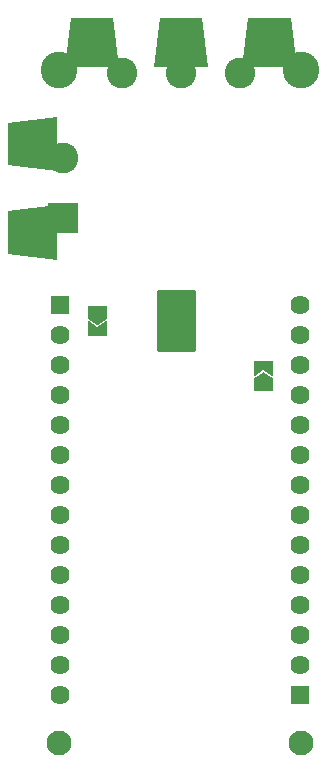
<source format=gbs>
G04 #@! TF.GenerationSoftware,KiCad,Pcbnew,(5.1.6-0-10_14)*
G04 #@! TF.CreationDate,2021-05-21T16:06:13+02:00*
G04 #@! TF.ProjectId,ESCv1.1,45534376-312e-4312-9e6b-696361645f70,rev?*
G04 #@! TF.SameCoordinates,Original*
G04 #@! TF.FileFunction,Soldermask,Bot*
G04 #@! TF.FilePolarity,Negative*
%FSLAX46Y46*%
G04 Gerber Fmt 4.6, Leading zero omitted, Abs format (unit mm)*
G04 Created by KiCad (PCBNEW (5.1.6-0-10_14)) date 2021-05-21 16:06:13*
%MOMM*%
%LPD*%
G01*
G04 APERTURE LIST*
%ADD10C,0.700000*%
%ADD11C,0.100000*%
%ADD12C,2.600000*%
%ADD13R,1.624000X1.624000*%
%ADD14C,1.624000*%
%ADD15C,2.100000*%
%ADD16C,3.100000*%
%ADD17R,2.600000X2.600000*%
%ADD18C,0.800000*%
%ADD19C,0.254000*%
G04 APERTURE END LIST*
D10*
G04 #@! TO.C,U1*
X49285560Y-47038280D03*
X49285560Y-48288280D03*
X49285560Y-49538280D03*
X49285560Y-50788280D03*
X50285560Y-47038280D03*
X50285560Y-48288280D03*
X50285560Y-49538280D03*
X50285560Y-50788280D03*
X51285560Y-47038280D03*
X51285560Y-48288280D03*
X51285560Y-49538280D03*
X51285560Y-50788280D03*
G04 #@! TD*
D11*
G04 #@! TO.C,JP5*
G36*
X44404439Y-50137455D02*
G01*
X44401594Y-50146834D01*
X44396973Y-50155479D01*
X44390755Y-50163055D01*
X44383179Y-50169273D01*
X44374534Y-50173894D01*
X44365155Y-50176739D01*
X44355400Y-50177700D01*
X42855400Y-50177700D01*
X42845645Y-50176739D01*
X42836266Y-50173894D01*
X42827621Y-50169273D01*
X42820045Y-50163055D01*
X42813827Y-50155479D01*
X42809206Y-50146834D01*
X42806361Y-50137455D01*
X42805400Y-50127700D01*
X42805400Y-48977700D01*
X42806361Y-48967945D01*
X42809206Y-48958566D01*
X42813827Y-48949921D01*
X42820045Y-48942345D01*
X42827621Y-48936127D01*
X42836266Y-48931506D01*
X42845645Y-48928661D01*
X42855400Y-48927700D01*
X42865155Y-48928661D01*
X42874534Y-48931506D01*
X42883135Y-48936097D01*
X43605400Y-49417607D01*
X44327665Y-48936097D01*
X44336314Y-48931486D01*
X44345697Y-48928651D01*
X44355452Y-48927700D01*
X44365206Y-48928671D01*
X44374582Y-48931526D01*
X44383222Y-48936156D01*
X44390792Y-48942382D01*
X44397003Y-48949965D01*
X44401614Y-48958614D01*
X44404449Y-48967997D01*
X44405400Y-48977700D01*
X44405400Y-50127700D01*
X44404439Y-50137455D01*
G37*
G36*
X44404439Y-48687455D02*
G01*
X44401594Y-48696834D01*
X44396973Y-48705479D01*
X44390755Y-48713055D01*
X44383135Y-48719303D01*
X43633135Y-49219303D01*
X43624486Y-49223914D01*
X43615103Y-49226749D01*
X43605348Y-49227700D01*
X43595594Y-49226729D01*
X43586218Y-49223874D01*
X43577665Y-49219303D01*
X42827665Y-48719303D01*
X42820082Y-48713092D01*
X42813856Y-48705522D01*
X42809226Y-48696882D01*
X42806371Y-48687506D01*
X42805400Y-48677700D01*
X42805400Y-47677700D01*
X42806361Y-47667945D01*
X42809206Y-47658566D01*
X42813827Y-47649921D01*
X42820045Y-47642345D01*
X42827621Y-47636127D01*
X42836266Y-47631506D01*
X42845645Y-47628661D01*
X42855400Y-47627700D01*
X44355400Y-47627700D01*
X44365155Y-47628661D01*
X44374534Y-47631506D01*
X44383179Y-47636127D01*
X44390755Y-47642345D01*
X44396973Y-47649921D01*
X44401594Y-47658566D01*
X44404439Y-47667945D01*
X44405400Y-47677700D01*
X44405400Y-48677700D01*
X44404439Y-48687455D01*
G37*
G04 #@! TD*
G04 #@! TO.C,JP1*
G36*
X56856361Y-52362945D02*
G01*
X56859206Y-52353566D01*
X56863827Y-52344921D01*
X56870045Y-52337345D01*
X56877621Y-52331127D01*
X56886266Y-52326506D01*
X56895645Y-52323661D01*
X56905400Y-52322700D01*
X58405400Y-52322700D01*
X58415155Y-52323661D01*
X58424534Y-52326506D01*
X58433179Y-52331127D01*
X58440755Y-52337345D01*
X58446973Y-52344921D01*
X58451594Y-52353566D01*
X58454439Y-52362945D01*
X58455400Y-52372700D01*
X58455400Y-53522700D01*
X58454439Y-53532455D01*
X58451594Y-53541834D01*
X58446973Y-53550479D01*
X58440755Y-53558055D01*
X58433179Y-53564273D01*
X58424534Y-53568894D01*
X58415155Y-53571739D01*
X58405400Y-53572700D01*
X58395645Y-53571739D01*
X58386266Y-53568894D01*
X58377665Y-53564303D01*
X57655400Y-53082793D01*
X56933135Y-53564303D01*
X56924486Y-53568914D01*
X56915103Y-53571749D01*
X56905348Y-53572700D01*
X56895594Y-53571729D01*
X56886218Y-53568874D01*
X56877578Y-53564244D01*
X56870008Y-53558018D01*
X56863797Y-53550435D01*
X56859186Y-53541786D01*
X56856351Y-53532403D01*
X56855400Y-53522700D01*
X56855400Y-52372700D01*
X56856361Y-52362945D01*
G37*
G36*
X56856361Y-53812945D02*
G01*
X56859206Y-53803566D01*
X56863827Y-53794921D01*
X56870045Y-53787345D01*
X56877665Y-53781097D01*
X57627665Y-53281097D01*
X57636314Y-53276486D01*
X57645697Y-53273651D01*
X57655452Y-53272700D01*
X57665206Y-53273671D01*
X57674582Y-53276526D01*
X57683135Y-53281097D01*
X58433135Y-53781097D01*
X58440718Y-53787308D01*
X58446944Y-53794878D01*
X58451574Y-53803518D01*
X58454429Y-53812894D01*
X58455400Y-53822700D01*
X58455400Y-54822700D01*
X58454439Y-54832455D01*
X58451594Y-54841834D01*
X58446973Y-54850479D01*
X58440755Y-54858055D01*
X58433179Y-54864273D01*
X58424534Y-54868894D01*
X58415155Y-54871739D01*
X58405400Y-54872700D01*
X56905400Y-54872700D01*
X56895645Y-54871739D01*
X56886266Y-54868894D01*
X56877621Y-54864273D01*
X56870045Y-54858055D01*
X56863827Y-54850479D01*
X56859206Y-54841834D01*
X56856361Y-54832455D01*
X56855400Y-54822700D01*
X56855400Y-53822700D01*
X56856361Y-53812945D01*
G37*
G04 #@! TD*
D12*
G04 #@! TO.C,J4_2*
X45665380Y-27889200D03*
X50665380Y-27889200D03*
X55665380Y-27889200D03*
G04 #@! TD*
D13*
G04 #@! TO.C,U2*
X60782200Y-80549400D03*
D14*
X60782200Y-78009400D03*
X60782200Y-75469400D03*
X60782200Y-72929400D03*
X60782200Y-70389400D03*
X60782200Y-67849400D03*
X60782200Y-65309400D03*
X60782200Y-62769400D03*
X60782200Y-60229400D03*
X60782200Y-57689400D03*
X60782200Y-55149400D03*
X60782200Y-52609400D03*
X60782200Y-50069400D03*
X60782200Y-47529400D03*
X40462200Y-80549400D03*
X40462200Y-78009400D03*
X40462200Y-75469400D03*
X40462200Y-72929400D03*
X40462200Y-70389400D03*
X40462200Y-67849400D03*
X40462200Y-65309400D03*
X40462200Y-62769400D03*
X40462200Y-60229400D03*
X40462200Y-57689400D03*
X40462200Y-55149400D03*
X40462200Y-52609400D03*
X40462200Y-50069400D03*
D15*
X60872200Y-84659400D03*
X40372200Y-84659400D03*
D16*
X60872200Y-27659400D03*
X40372200Y-27659400D03*
D13*
X40462200Y-47529400D03*
G04 #@! TD*
D17*
G04 #@! TO.C,J3_2*
X40654200Y-40155980D03*
D12*
X40654200Y-35155980D03*
G04 #@! TD*
D11*
G04 #@! TO.C,J3_1*
G36*
X40164200Y-43732619D02*
G01*
X36064200Y-43220119D01*
X36064200Y-39631841D01*
X40164200Y-39119341D01*
X40164200Y-43732619D01*
G37*
D18*
X39114200Y-39915980D03*
X39114200Y-41415980D03*
X39114200Y-42915980D03*
X38114200Y-40165980D03*
X38114200Y-42665980D03*
X37114200Y-40415980D03*
X37114200Y-41415980D03*
X37114200Y-42415980D03*
D11*
G36*
X40164200Y-36227619D02*
G01*
X36064200Y-35715119D01*
X36064200Y-32126841D01*
X40164200Y-31614341D01*
X40164200Y-36227619D01*
G37*
D18*
X39114200Y-32410980D03*
X39114200Y-33910980D03*
X39114200Y-35410980D03*
X38114200Y-32660980D03*
X38114200Y-35160980D03*
X37114200Y-32910980D03*
X37114200Y-33910980D03*
X37114200Y-34910980D03*
G04 #@! TD*
D11*
G04 #@! TO.C,J4_1*
G36*
X40853041Y-27399200D02*
G01*
X41365541Y-23299200D01*
X44953819Y-23299200D01*
X45466319Y-27399200D01*
X40853041Y-27399200D01*
G37*
D18*
X44669680Y-26349200D03*
X43169680Y-26349200D03*
X41669680Y-26349200D03*
X44419680Y-25349200D03*
X41919680Y-25349200D03*
X44169680Y-24349200D03*
X43169680Y-24349200D03*
X42169680Y-24349200D03*
D11*
G36*
X48358041Y-27399200D02*
G01*
X48870541Y-23299200D01*
X52458819Y-23299200D01*
X52971319Y-27399200D01*
X48358041Y-27399200D01*
G37*
D18*
X52174680Y-26349200D03*
X50674680Y-26349200D03*
X49174680Y-26349200D03*
X51924680Y-25349200D03*
X49424680Y-25349200D03*
X51674680Y-24349200D03*
X50674680Y-24349200D03*
X49674680Y-24349200D03*
X59674680Y-26349200D03*
X58174680Y-26349200D03*
X56674680Y-26349200D03*
D11*
G36*
X55858041Y-27399200D02*
G01*
X56370541Y-23299200D01*
X59958819Y-23299200D01*
X60471319Y-27399200D01*
X55858041Y-27399200D01*
G37*
D18*
X59424680Y-25349200D03*
X56924680Y-25349200D03*
X59174680Y-24349200D03*
X58174680Y-24349200D03*
X57174680Y-24349200D03*
G04 #@! TD*
D19*
G36*
X51818400Y-51365700D02*
G01*
X48732400Y-51365700D01*
X48732400Y-46369700D01*
X51818400Y-46369700D01*
X51818400Y-51365700D01*
G37*
X51818400Y-51365700D02*
X48732400Y-51365700D01*
X48732400Y-46369700D01*
X51818400Y-46369700D01*
X51818400Y-51365700D01*
M02*

</source>
